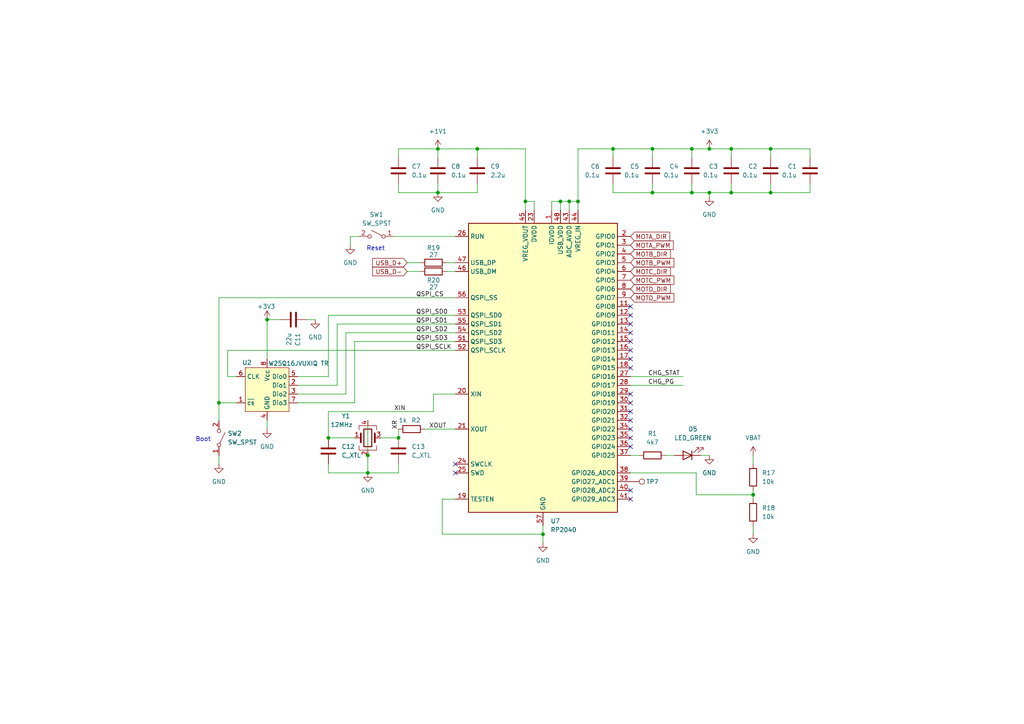
<source format=kicad_sch>
(kicad_sch (version 20231120) (generator "eeschema") (generator_version "8.0")
  (paper "A4")
  (title_block (title "Breadboard Buddy") (date "2024-03-12") (rev "v1.0") (company "Benjamin Crall"))
  (lib_symbols
    (symbol "Connector:TestPoint" (pin_numbers hide) (pin_names (offset 0.762) hide)
      (property "Reference" "TP" (at 0 6.858 0))
      (property "Value" "TestPoint" (at 0 5.08 0))
      (symbol "TestPoint_0_1"
        (circle (center 0 3.302) (radius 0.762))
      )
      (symbol "TestPoint_1_1"
        (pin passive line (at 0 0 90) (length 2.54) (name "1") (number "1"))
      )
    )
    (symbol "Device:C" (pin_numbers hide) (pin_names (offset 0.254))
      (property "Reference" "C" (at 0.635 2.54 0))
      (property "Value" "C" (at 0.635 -2.54 0))
      (symbol "C_0_1"
        (polyline (pts (xy -2.032 -0.762) (xy 2.032 -0.762)) (stroke (width 0.508)))
        (polyline (pts (xy -2.032 0.762) (xy 2.032 0.762)) (stroke (width 0.508)))
      )
      (symbol "C_1_1"
        (pin passive line (at 0 3.81 270) (length 2.794) (name "~") (number "1"))
        (pin passive line (at 0 -3.81 90) (length 2.794) (name "~") (number "2"))
      )
    )
    (symbol "Device:Crystal_GND24" (pin_names (offset 1.016) hide)
      (property "Reference" "Y" (at 3.175 5.08 0))
      (property "Value" "Crystal_GND24" (at 3.175 3.175 0))
      (symbol "Crystal_GND24_0_1"
        (rectangle (start -1.143 2.54) (end 1.143 -2.54) (stroke (width 0.3048)))
        (polyline (pts (xy -2.54 0) (xy -2.032 0)))
        (polyline (pts (xy -2.032 -1.27) (xy -2.032 1.27)) (stroke (width 0.508)))
        (polyline (pts (xy 0 -3.81) (xy 0 -3.556)))
        (polyline (pts (xy 0 3.556) (xy 0 3.81)))
        (polyline (pts (xy 2.032 -1.27) (xy 2.032 1.27)) (stroke (width 0.508)))
        (polyline (pts (xy 2.032 0) (xy 2.54 0)))
        (polyline (pts (xy -2.54 -2.286) (xy -2.54 -3.556) (xy 2.54 -3.556) (xy 2.54 -2.286)))
        (polyline (pts (xy -2.54 2.286) (xy -2.54 3.556) (xy 2.54 3.556) (xy 2.54 2.286)))
      )
      (symbol "Crystal_GND24_1_1"
        (pin passive line (at -3.81 0 0) (length 1.27) (name "1") (number "1"))
        (pin passive line (at 0 5.08 270) (length 1.27) (name "2") (number "2"))
        (pin passive line (at 3.81 0 180) (length 1.27) (name "3") (number "3"))
        (pin passive line (at 0 -5.08 90) (length 1.27) (name "4") (number "4"))
      )
    )
    (symbol "Device:LED" (pin_numbers hide) (pin_names (offset 1.016) hide)
      (property "Reference" "D" (at 0 2.54 0))
      (property "Value" "LED" (at 0 -2.54 0))
      (symbol "LED_0_1"
        (polyline (pts (xy -1.27 -1.27) (xy -1.27 1.27)) (stroke (width 0.254)))
        (polyline (pts (xy -1.27 0) (xy 1.27 0)))
        (polyline (pts (xy 1.27 -1.27) (xy 1.27 1.27) (xy -1.27 0) (xy 1.27 -1.27)) (stroke (width 0.254)))
        (polyline (pts (xy -3.048 -0.762) (xy -4.572 -2.286) (xy -3.81 -2.286) (xy -4.572 -2.286) (xy -4.572 -1.524)))
        (polyline (pts (xy -1.778 -0.762) (xy -3.302 -2.286) (xy -2.54 -2.286) (xy -3.302 -2.286) (xy -3.302 -1.524)))
      )
      (symbol "LED_1_1"
        (pin passive line (at -3.81 0 0) (length 2.54) (name "K") (number "1"))
        (pin passive line (at 3.81 0 180) (length 2.54) (name "A") (number "2"))
      )
    )
    (symbol "Device:R" (pin_numbers hide) (pin_names (offset 0))
      (property "Reference" "R" (at 2.032 0 90))
      (property "Value" "R" (at 0 0 90))
      (symbol "R_0_1"
        (rectangle (start -1.016 -2.54) (end 1.016 2.54) (stroke (width 0.254)))
      )
      (symbol "R_1_1"
        (pin passive line (at 0 3.81 270) (length 1.27) (name "~") (number "1"))
        (pin passive line (at 0 -3.81 90) (length 1.27) (name "~") (number "2"))
      )
    )
    (symbol "MCU_RaspberryPi:RP2040"
      (property "Reference" "U" (at 17.78 45.72 0))
      (property "Value" "RP2040" (at 17.78 43.18 0))
      (symbol "RP2040_0_1"
        (rectangle (start -21.59 41.91) (end 21.59 -41.91) (stroke (width 0.254)) (fill (type background)))
      )
      (symbol "RP2040_1_1"
        (pin power_in line (at 2.54 45.72 270) (length 3.81) (name "IOVDD") (number "1"))
        (pin passive line (at 2.54 45.72 270) (length 3.81) hide (name "IOVDD") (number "10"))
        (pin bidirectional line (at 25.4 17.78 180) (length 3.81) (name "GPIO8") (number "11"))
        (pin bidirectional line (at 25.4 15.24 180) (length 3.81) (name "GPIO9") (number "12"))
        (pin bidirectional line (at 25.4 12.7 180) (length 3.81) (name "GPIO10") (number "13"))
        (pin bidirectional line (at 25.4 10.16 180) (length 3.81) (name "GPIO11") (number "14"))
        (pin bidirectional line (at 25.4 7.62 180) (length 3.81) (name "GPIO12") (number "15"))
        (pin bidirectional line (at 25.4 5.08 180) (length 3.81) (name "GPIO13") (number "16"))
        (pin bidirectional line (at 25.4 2.54 180) (length 3.81) (name "GPIO14") (number "17"))
        (pin bidirectional line (at 25.4 0 180) (length 3.81) (name "GPIO15") (number "18"))
        (pin input line (at -25.4 -38.1 0) (length 3.81) (name "TESTEN") (number "19"))
        (pin bidirectional line (at 25.4 38.1 180) (length 3.81) (name "GPIO0") (number "2"))
        (pin input line (at -25.4 -7.62 0) (length 3.81) (name "XIN") (number "20"))
        (pin passive line (at -25.4 -17.78 0) (length 3.81) (name "XOUT") (number "21"))
        (pin passive line (at 2.54 45.72 270) (length 3.81) hide (name "IOVDD") (number "22"))
        (pin power_in line (at -2.54 45.72 270) (length 3.81) (name "DVDD") (number "23"))
        (pin input line (at -25.4 -27.94 0) (length 3.81) (name "SWCLK") (number "24"))
        (pin bidirectional line (at -25.4 -30.48 0) (length 3.81) (name "SWD") (number "25"))
        (pin input line (at -25.4 38.1 0) (length 3.81) (name "RUN") (number "26"))
        (pin bidirectional line (at 25.4 -2.54 180) (length 3.81) (name "GPIO16") (number "27"))
        (pin bidirectional line (at 25.4 -5.08 180) (length 3.81) (name "GPIO17") (number "28"))
        (pin bidirectional line (at 25.4 -7.62 180) (length 3.81) (name "GPIO18") (number "29"))
        (pin bidirectional line (at 25.4 35.56 180) (length 3.81) (name "GPIO1") (number "3"))
        (pin bidirectional line (at 25.4 -10.16 180) (length 3.81) (name "GPIO19") (number "30"))
        (pin bidirectional line (at 25.4 -12.7 180) (length 3.81) (name "GPIO20") (number "31"))
        (pin bidirectional line (at 25.4 -15.24 180) (length 3.81) (name "GPIO21") (number "32"))
        (pin passive line (at 2.54 45.72 270) (length 3.81) hide (name "IOVDD") (number "33"))
        (pin bidirectional line (at 25.4 -17.78 180) (length 3.81) (name "GPIO22") (number "34"))
        (pin bidirectional line (at 25.4 -20.32 180) (length 3.81) (name "GPIO23") (number "35"))
        (pin bidirectional line (at 25.4 -22.86 180) (length 3.81) (name "GPIO24") (number "36"))
        (pin bidirectional line (at 25.4 -25.4 180) (length 3.81) (name "GPIO25") (number "37"))
        (pin bidirectional line (at 25.4 -30.48 180) (length 3.81) (name "GPIO26_ADC0") (number "38"))
        (pin bidirectional line (at 25.4 -33.02 180) (length 3.81) (name "GPIO27_ADC1") (number "39"))
        (pin bidirectional line (at 25.4 33.02 180) (length 3.81) (name "GPIO2") (number "4"))
        (pin bidirectional line (at 25.4 -35.56 180) (length 3.81) (name "GPIO28_ADC2") (number "40"))
        (pin bidirectional line (at 25.4 -38.1 180) (length 3.81) (name "GPIO29_ADC3") (number "41"))
        (pin passive line (at 2.54 45.72 270) (length 3.81) hide (name "IOVDD") (number "42"))
        (pin power_in line (at 7.62 45.72 270) (length 3.81) (name "ADC_AVDD") (number "43"))
        (pin power_in line (at 10.16 45.72 270) (length 3.81) (name "VREG_IN") (number "44"))
        (pin power_out line (at -5.08 45.72 270) (length 3.81) (name "VREG_VOUT") (number "45"))
        (pin bidirectional line (at -25.4 27.94 0) (length 3.81) (name "USB_DM") (number "46"))
        (pin bidirectional line (at -25.4 30.48 0) (length 3.81) (name "USB_DP") (number "47"))
        (pin power_in line (at 5.08 45.72 270) (length 3.81) (name "USB_VDD") (number "48"))
        (pin passive line (at 2.54 45.72 270) (length 3.81) hide (name "IOVDD") (number "49"))
        (pin bidirectional line (at 25.4 30.48 180) (length 3.81) (name "GPIO3") (number "5"))
        (pin passive line (at -2.54 45.72 270) (length 3.81) hide (name "DVDD") (number "50"))
        (pin bidirectional line (at -25.4 7.62 0) (length 3.81) (name "QSPI_SD3") (number "51"))
        (pin output line (at -25.4 5.08 0) (length 3.81) (name "QSPI_SCLK") (number "52"))
        (pin bidirectional line (at -25.4 15.24 0) (length 3.81) (name "QSPI_SD0") (number "53"))
        (pin bidirectional line (at -25.4 10.16 0) (length 3.81) (name "QSPI_SD2") (number "54"))
        (pin bidirectional line (at -25.4 12.7 0) (length 3.81) (name "QSPI_SD1") (number "55"))
        (pin bidirectional line (at -25.4 20.32 0) (length 3.81) (name "QSPI_SS") (number "56"))
        (pin power_in line (at 0 -45.72 90) (length 3.81) (name "GND") (number "57"))
        (pin bidirectional line (at 25.4 27.94 180) (length 3.81) (name "GPIO4") (number "6"))
        (pin bidirectional line (at 25.4 25.4 180) (length 3.81) (name "GPIO5") (number "7"))
        (pin bidirectional line (at 25.4 22.86 180) (length 3.81) (name "GPIO6") (number "8"))
        (pin bidirectional line (at 25.4 20.32 180) (length 3.81) (name "GPIO7") (number "9"))
      )
    )
    (symbol "MCU_RaspberryPi_and_Boards:256-W25Q16JVUXIQTRCT"
      (property "Reference" "U" (at 14.732 9.144 0))
      (symbol "256-W25Q16JVUXIQTRCT_1_1"
        (rectangle (start -6.35 6.35) (end 6.35 -6.35) (fill (type background)))
        (pin input line (at -8.89 -3.81 0) (length 2.54) (name "~{cs}") (number "1"))
        (pin bidirectional line (at 8.89 1.27 180) (length 2.54) (name "Dio1") (number "2"))
        (pin bidirectional line (at 8.89 -1.27 180) (length 2.54) (name "Dio2") (number "3"))
        (pin power_in line (at 0 -8.89 90) (length 2.54) (name "GND") (number "4"))
        (pin bidirectional line (at 8.89 3.81 180) (length 2.54) (name "Dio0") (number "5"))
        (pin input line (at -8.89 3.81 0) (length 2.54) (name "CLK") (number "6"))
        (pin bidirectional line (at 8.89 -3.81 180) (length 2.54) (name "Dio3") (number "7"))
        (pin power_in line (at 0 8.89 270) (length 2.54) (name "Vcc") (number "8"))
      )
    )
    (symbol "Switch:SW_SPST" (pin_names (offset 0) hide)
      (property "Reference" "SW" (at 0 3.175 0))
      (property "Value" "SW_SPST" (at 0 -2.54 0))
      (symbol "SW_SPST_0_0"
        (circle (center -2.032 0) (radius 0.508))
        (polyline (pts (xy -1.524 0.254) (xy 1.524 1.778)))
        (circle (center 2.032 0) (radius 0.508))
      )
      (symbol "SW_SPST_1_1"
        (pin passive line (at -5.08 0 0) (length 2.54) (name "A") (number "1"))
        (pin passive line (at 5.08 0 180) (length 2.54) (name "B") (number "2"))
      )
    )
    (symbol "power:+1V1" (power) (pin_names (offset 0))
      (property "Value" "+1V1" (at 0 3.556 0))
      (symbol "+1V1_0_1"
        (polyline (pts (xy -0.762 1.27) (xy 0 2.54)))
        (polyline (pts (xy 0 0) (xy 0 2.54)))
        (polyline (pts (xy 0 2.54) (xy 0.762 1.27)))
      )
      (symbol "+1V1_1_1"
        (pin power_in line (at 0 0 90) (length 0) hide (name "+1V1") (number "1"))
      )
    )
    (symbol "power:+3V3" (power) (pin_names (offset 0))
      (property "Value" "+3V3" (at 0 3.556 0))
      (symbol "+3V3_0_1"
        (polyline (pts (xy -0.762 1.27) (xy 0 2.54)))
        (polyline (pts (xy 0 0) (xy 0 2.54)))
        (polyline (pts (xy 0 2.54) (xy 0.762 1.27)))
      )
      (symbol "+3V3_1_1"
        (pin power_in line (at 0 0 90) (length 0) hide (name "+3V3") (number "1"))
      )
    )
    (symbol "power:GND" (power) (pin_names (offset 0))
      (property "Value" "GND" (at 0 -3.81 0))
      (symbol "GND_0_1"
        (polyline (pts (xy 0 0) (xy 0 -1.27) (xy 1.27 -1.27) (xy 0 -2.54) (xy -1.27 -1.27) (xy 0 -1.27)))
      )
      (symbol "GND_1_1"
        (pin power_in line (at 0 0 270) (length 0) hide (name "GND") (number "1"))
      )
    )
    (symbol "power:VAA" (power) (pin_names (offset 0))
      (property "Value" "VAA" (at 0 3.81 0))
      (symbol "VAA_0_1"
        (polyline (pts (xy -0.762 1.27) (xy 0 2.54)))
        (polyline (pts (xy 0 0) (xy 0 2.54)))
        (polyline (pts (xy 0 2.54) (xy 0.762 1.27)))
      )
      (symbol "VAA_1_1"
        (pin power_in line (at 0 0 90) (length 0) hide (name "VAA") (number "1"))
      )
    )
  )
  (junction (at 177.8 43.18))
  (junction (at 95.25 127))
  (junction (at 167.64 58.42))
  (junction (at 200.66 43.18))
  (junction (at 106.68 132.08))
  (junction (at 106.68 137.16))
  (junction (at 165.1 58.42))
  (junction (at 152.4 58.42))
  (junction (at 63.5 116.84))
  (junction (at 212.09 55.88))
  (junction (at 200.66 55.88))
  (junction (at 223.52 55.88))
  (junction (at 157.48 154.94))
  (junction (at 138.43 43.18))
  (junction (at 189.23 43.18))
  (junction (at 115.57 127))
  (junction (at 162.56 58.42))
  (junction (at 205.74 55.88))
  (junction (at 77.47 92.71))
  (junction (at 189.23 55.88))
  (junction (at 205.74 43.18))
  (junction (at 212.09 43.18))
  (junction (at 127 55.88))
  (junction (at 127 43.18))
  (junction (at 218.44 143.51))
  (junction (at 223.52 43.18))
  (no_connect (at 182.88 99.06))
  (no_connect (at 182.88 88.9))
  (no_connect (at 182.88 116.84))
  (no_connect (at 182.88 142.24))
  (no_connect (at 182.88 93.98))
  (no_connect (at 182.88 114.3))
  (no_connect (at 182.88 106.68))
  (no_connect (at 182.88 121.92))
  (no_connect (at 182.88 119.38))
  (no_connect (at 182.88 104.14))
  (no_connect (at 182.88 96.52))
  (no_connect (at 182.88 91.44))
  (no_connect (at 182.88 144.78))
  (no_connect (at 182.88 129.54))
  (no_connect (at 182.88 101.6))
  (no_connect (at 132.08 137.16))
  (no_connect (at 182.88 127))
  (no_connect (at 182.88 124.46))
  (no_connect (at 132.08 134.62))
  (wire (pts (xy 138.43 43.18) (xy 138.43 45.72)))
  (wire (pts (xy 205.74 55.88) (xy 212.09 55.88)))
  (wire (pts (xy 193.04 132.08) (xy 195.58 132.08)))
  (wire (pts (xy 66.04 101.6) (xy 132.08 101.6)))
  (wire (pts (xy 138.43 55.88) (xy 127 55.88)))
  (wire (pts (xy 234.95 53.34) (xy 234.95 55.88)))
  (wire (pts (xy 100.33 114.3) (xy 100.33 96.52)))
  (wire (pts (xy 121.92 78.74) (xy 118.11 78.74)))
  (wire (pts (xy 95.25 91.44) (xy 95.25 109.22)))
  (wire (pts (xy 182.88 132.08) (xy 185.42 132.08)))
  (wire (pts (xy 115.57 127) (xy 115.57 124.46)))
  (wire (pts (xy 77.47 124.46) (xy 77.47 121.92)))
  (wire (pts (xy 212.09 43.18) (xy 223.52 43.18)))
  (wire (pts (xy 128.27 154.94) (xy 157.48 154.94)))
  (wire (pts (xy 125.73 114.3) (xy 125.73 119.38)))
  (wire (pts (xy 177.8 45.72) (xy 177.8 43.18)))
  (wire (pts (xy 189.23 43.18) (xy 177.8 43.18)))
  (wire (pts (xy 86.36 114.3) (xy 100.33 114.3)))
  (wire (pts (xy 106.68 137.16) (xy 115.57 137.16)))
  (wire (pts (xy 114.3 68.58) (xy 132.08 68.58)))
  (wire (pts (xy 95.25 119.38) (xy 125.73 119.38)))
  (wire (pts (xy 106.68 121.92) (xy 106.68 132.08)))
  (wire (pts (xy 97.79 111.76) (xy 97.79 93.98)))
  (wire (pts (xy 212.09 53.34) (xy 212.09 55.88)))
  (wire (pts (xy 212.09 45.72) (xy 212.09 43.18)))
  (wire (pts (xy 115.57 43.18) (xy 127 43.18)))
  (wire (pts (xy 177.8 53.34) (xy 177.8 55.88)))
  (wire (pts (xy 223.52 43.18) (xy 234.95 43.18)))
  (wire (pts (xy 234.95 45.72) (xy 234.95 43.18)))
  (wire (pts (xy 160.02 58.42) (xy 162.56 58.42)))
  (wire (pts (xy 212.09 55.88) (xy 223.52 55.88)))
  (wire (pts (xy 95.25 127) (xy 102.87 127)))
  (wire (pts (xy 123.19 124.46) (xy 132.08 124.46)))
  (wire (pts (xy 167.64 43.18) (xy 177.8 43.18)))
  (wire (pts (xy 110.49 127) (xy 115.57 127)))
  (wire (pts (xy 86.36 111.76) (xy 97.79 111.76)))
  (wire (pts (xy 127 55.88) (xy 115.57 55.88)))
  (wire (pts (xy 218.44 142.24) (xy 218.44 143.51)))
  (wire (pts (xy 104.14 68.58) (xy 101.6 68.58)))
  (wire (pts (xy 205.74 55.88) (xy 205.74 57.15)))
  (wire (pts (xy 115.57 137.16) (xy 115.57 134.62)))
  (wire (pts (xy 189.23 45.72) (xy 189.23 43.18)))
  (wire (pts (xy 102.87 99.06) (xy 102.87 116.84)))
  (wire (pts (xy 127 43.18) (xy 127 45.72)))
  (wire (pts (xy 129.54 76.2) (xy 132.08 76.2)))
  (wire (pts (xy 160.02 60.96) (xy 160.02 58.42)))
  (wire (pts (xy 77.47 92.71) (xy 77.47 104.14)))
  (wire (pts (xy 102.87 99.06) (xy 132.08 99.06)))
  (wire (pts (xy 182.88 109.22) (xy 198.12 109.22)))
  (wire (pts (xy 66.04 101.6) (xy 66.04 109.22)))
  (wire (pts (xy 205.74 132.08) (xy 203.2 132.08)))
  (wire (pts (xy 152.4 58.42) (xy 152.4 60.96)))
  (wire (pts (xy 157.48 157.48) (xy 157.48 154.94)))
  (wire (pts (xy 218.44 143.51) (xy 218.44 144.78)))
  (wire (pts (xy 201.93 143.51) (xy 218.44 143.51)))
  (wire (pts (xy 127 53.34) (xy 127 55.88)))
  (wire (pts (xy 189.23 55.88) (xy 200.66 55.88)))
  (wire (pts (xy 121.92 76.2) (xy 118.11 76.2)))
  (wire (pts (xy 201.93 137.16) (xy 201.93 143.51)))
  (wire (pts (xy 200.66 53.34) (xy 200.66 55.88)))
  (wire (pts (xy 162.56 58.42) (xy 165.1 58.42)))
  (wire (pts (xy 154.94 58.42) (xy 152.4 58.42)))
  (wire (pts (xy 132.08 144.78) (xy 128.27 144.78)))
  (wire (pts (xy 128.27 144.78) (xy 128.27 154.94)))
  (wire (pts (xy 95.25 91.44) (xy 132.08 91.44)))
  (wire (pts (xy 218.44 152.4) (xy 218.44 154.94)))
  (wire (pts (xy 154.94 60.96) (xy 154.94 58.42)))
  (wire (pts (xy 127 43.18) (xy 138.43 43.18)))
  (wire (pts (xy 223.52 55.88) (xy 234.95 55.88)))
  (wire (pts (xy 167.64 58.42) (xy 167.64 60.96)))
  (wire (pts (xy 86.36 116.84) (xy 102.87 116.84)))
  (wire (pts (xy 97.79 93.98) (xy 132.08 93.98)))
  (wire (pts (xy 125.73 114.3) (xy 132.08 114.3)))
  (wire (pts (xy 182.88 111.76) (xy 198.12 111.76)))
  (wire (pts (xy 115.57 53.34) (xy 115.57 55.88)))
  (wire (pts (xy 63.5 132.08) (xy 63.5 134.62)))
  (wire (pts (xy 101.6 68.58) (xy 101.6 71.12)))
  (wire (pts (xy 129.54 78.74) (xy 132.08 78.74)))
  (wire (pts (xy 152.4 43.18) (xy 152.4 58.42)))
  (wire (pts (xy 95.25 137.16) (xy 106.68 137.16)))
  (wire (pts (xy 200.66 43.18) (xy 205.74 43.18)))
  (wire (pts (xy 100.33 96.52) (xy 132.08 96.52)))
  (wire (pts (xy 115.57 45.72) (xy 115.57 43.18)))
  (wire (pts (xy 68.58 109.22) (xy 66.04 109.22)))
  (wire (pts (xy 63.5 86.36) (xy 132.08 86.36)))
  (wire (pts (xy 95.25 127) (xy 95.25 119.38)))
  (wire (pts (xy 63.5 116.84) (xy 68.58 116.84)))
  (wire (pts (xy 189.23 43.18) (xy 200.66 43.18)))
  (wire (pts (xy 77.47 92.71) (xy 81.28 92.71)))
  (wire (pts (xy 157.48 154.94) (xy 157.48 152.4)))
  (wire (pts (xy 106.68 132.08) (xy 106.68 137.16)))
  (wire (pts (xy 165.1 58.42) (xy 167.64 58.42)))
  (wire (pts (xy 88.9 92.71) (xy 91.44 92.71)))
  (wire (pts (xy 167.64 43.18) (xy 167.64 58.42)))
  (wire (pts (xy 86.36 109.22) (xy 95.25 109.22)))
  (wire (pts (xy 205.74 55.88) (xy 200.66 55.88)))
  (wire (pts (xy 138.43 43.18) (xy 152.4 43.18)))
  (wire (pts (xy 138.43 53.34) (xy 138.43 55.88)))
  (wire (pts (xy 162.56 58.42) (xy 162.56 60.96)))
  (wire (pts (xy 177.8 55.88) (xy 189.23 55.88)))
  (wire (pts (xy 165.1 58.42) (xy 165.1 60.96)))
  (wire (pts (xy 223.52 53.34) (xy 223.52 55.88)))
  (wire (pts (xy 189.23 53.34) (xy 189.23 55.88)))
  (wire (pts (xy 182.88 137.16) (xy 201.93 137.16)))
  (wire (pts (xy 205.74 43.18) (xy 212.09 43.18)))
  (wire (pts (xy 63.5 86.36) (xy 63.5 116.84)))
  (wire (pts (xy 63.5 116.84) (xy 63.5 121.92)))
  (wire (pts (xy 218.44 132.08) (xy 218.44 134.62)))
  (wire (pts (xy 223.52 45.72) (xy 223.52 43.18)))
  (wire (pts (xy 200.66 43.18) (xy 200.66 45.72)))
  (wire (pts (xy 95.25 134.62) (xy 95.25 137.16)))
  (text "Reset" (at 108.966 72.136 0) (effects (font (size 1.27 1.27))))
  (text "Boot" (at 58.928 127.508 0) (effects (font (size 1.27 1.27))))
  (label "CHG_STAT" (at 187.96 109.22 0))
  (label "XR" (at 115.57 124.46 90))
  (label "XOUT" (at 124.46 124.46 0))
  (label "QSPI_SD1" (at 120.65 93.98 0))
  (label "XIN" (at 114.3 119.38 0))
  (label "CHG_PG" (at 187.96 111.76 0))
  (label "QSPI_SD3" (at 120.65 99.06 0))
  (label "QSPI_CS" (at 120.65 86.36 0))
  (label "QSPI_SCLK" (at 120.65 101.6 0))
  (label "QSPI_SD2" (at 120.65 96.52 0))
  (label "QSPI_SD0" (at 120.65 91.44 0))
  (global_label "USB_D+" (shape input) (at 118.11 76.2 180) (property "Intersheetrefs" "${INTERSHEET_REFS}" (effects (hide yes))))
  (global_label "MOTD_PWM" (shape input) (at 182.88 86.36 0) (property "Intersheetrefs" "${INTERSHEET_REFS}" (effects (hide yes))))
  (global_label "MOTA_DIR" (shape input) (at 182.88 68.58 0) (property "Intersheetrefs" "${INTERSHEET_REFS}" (effects (hide yes))))
  (global_label "MOTB_DIR" (shape input) (at 182.88 73.66 0) (property "Intersheetrefs" "${INTERSHEET_REFS}" (effects (hide yes))))
  (global_label "MOTC_PWM" (shape input) (at 182.88 81.28 0) (property "Intersheetrefs" "${INTERSHEET_REFS}" (effects (hide yes))))
  (global_label "MOTB_PWM" (shape input) (at 182.88 76.2 0) (property "Intersheetrefs" "${INTERSHEET_REFS}" (effects (hide yes))))
  (global_label "MOTD_DIR" (shape input) (at 182.88 83.82 0) (property "Intersheetrefs" "${INTERSHEET_REFS}" (effects (hide yes))))
  (global_label "MOTA_PWM" (shape input) (at 182.88 71.12 0) (property "Intersheetrefs" "${INTERSHEET_REFS}" (effects (hide yes))))
  (global_label "MOTC_DIR" (shape input) (at 182.88 78.74 0) (property "Intersheetrefs" "${INTERSHEET_REFS}" (effects (hide yes))))
  (global_label "USB_D-" (shape input) (at 118.11 78.74 180) (property "Intersheetrefs" "${INTERSHEET_REFS}" (effects (hide yes))))
  (symbol (lib_id "power:GND") (at 205.74 132.08 0) (unit 1)
    (property "Reference" "#PWR0141" (effects (hide yes)))
    (property "Value" "GND" (at 205.74 137.16 0))
    (property "Description" "Power symbol creates a global label with name \"GND\" , ground" (effects (hide yes)))
    (instances (project "BreadboardBuddy" (path "" (reference "#PWR0141") (unit 1))) (project "mainboard" (path "" (reference "#PWR048") (unit 1))))
  )
  (symbol (lib_id "Device:R") (at 125.73 78.74 90) (unit 1)
    (property "Reference" "R20" (at 125.73 81.28 90))
    (property "Value" "27" (at 125.73 83.312 90))
    (property "Footprint" "Resistor_SMD:R_0603_1608Metric" (effects (hide yes)))
    (property "Description" "Resistor" (effects (hide yes)))
    (property "DPN" "CR0603-FX-27R0ELFCT-ND" (effects (hide yes)))
    (property "MPN" "CR0603-FX-27R0ELF" (effects (hide yes)))
  )
  (symbol (lib_id "Device:Crystal_GND24") (at 106.68 127 0) (mirror x) (unit 1)
    (property "Reference" "Y1" (at 100.33 120.65 0))
    (property "Value" "12MHz" (at 99.06 123.19 0))
    (property "Footprint" "Crystal:Crystal_SMD_3225-4Pin_3.2x2.5mm" (effects (hide yes)))
    (property "DPN" "2151-RH100-12.000-12-1010-X-TR-NS2CT-ND" (effects (hide yes)))
    (property "MPN" "RH100-12.000-12-1010-X-TR-NS2" (effects (hide yes)))
  )
  (symbol (lib_id "Device:C") (at 200.66 49.53 0) (mirror y) (unit 1)
    (property "Reference" "C4" (at 196.85 48.2599 0) (effects (justify left)))
    (property "Value" "0.1u" (at 196.85 50.7999 0) (effects (justify left)))
    (property "Footprint" "Capacitor_SMD:C_0603_1608Metric" (effects (hide yes)))
    (property "DPN" "1276-1938-1-ND" (effects (hide yes)))
    (property "MPN" "CL10B104KO8NFNC" (effects (hide yes)))
    (instances (project "BreadboardBuddy" (path "" (reference "C4") (unit 1))) (project "mainboard" (path "" (reference "C20") (unit 1))))
  )
  (symbol (lib_id "Switch:SW_SPST") (at 109.22 68.58 0) (mirror y) (unit 1)
    (property "Reference" "SW1" (at 109.22 62.23 0))
    (property "Value" "SW_SPST" (at 109.22 64.77 0))
    (property "Footprint" "lib:SW_SPST_2.8x1.9" (effects (hide yes)))
    (property "DPN" "1642-LS38J2F-TCT-ND" (effects (hide yes)))
    (property "MPN" "LS38J2F-T" (effects (hide yes)))
    (instances (project "BreadboardBuddy" (path "" (reference "SW1") (unit 1))) (project "mainboard" (path "" (reference "SW2") (unit 1))))
  )
  (symbol (lib_id "Device:C") (at 115.57 130.81 0) (unit 1)
    (property "Reference" "C13" (at 119.38 129.54 0) (effects (justify left)))
    (property "Value" "C_XTL" (at 119.38 132.08 0) (effects (justify left)))
    (property "Footprint" "Capacitor_SMD:C_0603_1608Metric" (effects (hide yes)))
    (property "DPN" "1292-1487-1-ND" (effects (hide yes)))
    (property "MPN" "0603N150J500CT" (effects (hide yes)))
    (instances (project "BreadboardBuddy" (path "" (reference "C13") (unit 1))) (project "mainboard" (path "" (reference "C26") (unit 1))))
  )
  (symbol (lib_id "Device:R") (at 218.44 138.43 0) (unit 1)
    (property "Reference" "R17" (at 220.98 137.1599 0) (effects (justify left)))
    (property "Value" "10k" (at 220.98 139.6999 0) (effects (justify left)))
    (property "Footprint" "Resistor_SMD:R_0603_1608Metric" (effects (hide yes)))
    (property "Description" "Resistor" (effects (hide yes)))
    (property "DPN" "RMCF0603FT10K0CT-ND" (effects (hide yes)))
    (property "MPN" "RMCF0603FT10K0" (effects (hide yes)))
  )
  (symbol (lib_id "Device:R") (at 189.23 132.08 270) (unit 1)
    (property "Reference" "R1" (at 189.23 125.73 90))
    (property "Value" "4k7" (at 189.23 128.27 90))
    (property "Footprint" "Resistor_SMD:R_0603_1608Metric" (effects (hide yes)))
    (property "DPN" "RMCF0603FT470RCT-ND" (effects (hide yes)))
    (property "MPN" "RMCF0603FT470R" (effects (hide yes)))
    (instances (project "BreadboardBuddy" (path "" (reference "R1") (unit 1))) (project "mainboard" (path "" (reference "R16") (unit 1))))
  )
  (symbol (lib_id "power:GND") (at 63.5 134.62 0) (unit 1)
    (property "Reference" "#PWR0142" (effects (hide yes)))
    (property "Value" "GND" (at 63.5 139.7 0))
    (instances (project "BreadboardBuddy" (path "" (reference "#PWR0142") (unit 1))) (project "mainboard" (path "" (reference "#PWR050") (unit 1))))
  )
  (symbol (lib_id "power:GND") (at 157.48 157.48 0) (unit 1)
    (property "Reference" "#PWR053" (effects (hide yes)))
    (property "Value" "GND" (at 157.48 162.56 0))
    (property "Description" "Power symbol creates a global label with name \"GND\" , ground" (effects (hide yes)))
  )
  (symbol (lib_id "Device:C") (at 127 49.53 0) (unit 1)
    (property "Reference" "C8" (at 130.81 48.2599 0) (effects (justify left)))
    (property "Value" "0.1u" (at 130.81 50.7999 0) (effects (justify left)))
    (property "Footprint" "Capacitor_SMD:C_0603_1608Metric" (effects (hide yes)))
    (property "DPN" "1276-1938-1-ND" (effects (hide yes)))
    (property "MPN" "CL10B104KO8NFNC" (effects (hide yes)))
    (instances (project "BreadboardBuddy" (path "" (reference "C8") (unit 1))) (project "mainboard" (path "" (reference "C16") (unit 1))))
  )
  (symbol (lib_id "power:GND") (at 91.44 92.71 0) (unit 1)
    (property "Reference" "#PWR0133" (effects (hide yes)))
    (property "Value" "GND" (at 91.44 97.79 0))
    (property "Description" "Power symbol creates a global label with name \"GND\" , ground" (effects (hide yes)))
    (instances (project "BreadboardBuddy" (path "" (reference "#PWR0133") (unit 1))) (project "mainboard" (path "" (reference "#PWR046") (unit 1))))
  )
  (symbol (lib_id "Connector:TestPoint") (at 182.88 139.7 270) (unit 1)
    (property "Reference" "TP7" (at 189.23 139.7 90))
    (property "Value" "TestPoint" (effects (hide yes)))
    (property "Footprint" "TestPoint:TestPoint_Pad_D1.0mm" (effects (hide yes)))
    (property "Description" "test point" (effects (hide yes)))
  )
  (symbol (lib_id "MCU_RaspberryPi:RP2040") (at 157.48 106.68 0) (unit 1)
    (property "Reference" "U7" (at 159.6741 151.13 0) (effects (justify left)))
    (property "Value" "RP2040" (at 159.6741 153.67 0) (effects (justify left)))
    (property "Footprint" "Package_DFN_QFN:QFN-56-1EP_7x7mm_P0.4mm_EP3.2x3.2mm" (effects (hide yes)))
    (property "Datasheet" "https://datasheets.raspberrypi.com/rp2040/rp2040-datasheet.pdf" (effects (hide yes)))
    (property "Description" "A microcontroller by Raspberry Pi" (effects (hide yes)))
    (property "DPN" "2648-SC0914(13)CT-ND" (effects (hide yes)))
    (property "MPN" "SC0914(13)" (effects (hide yes)))
  )
  (symbol (lib_id "Device:C") (at 95.25 130.81 0) (unit 1)
    (property "Reference" "C12" (at 99.06 129.5399 0) (effects (justify left)))
    (property "Value" "C_XTL" (at 99.06 132.0799 0) (effects (justify left)))
    (property "Footprint" "Capacitor_SMD:C_0603_1608Metric" (effects (hide yes)))
    (property "DPN" "1292-1487-1-ND" (effects (hide yes)))
    (property "MPN" "0603N150J500CT" (effects (hide yes)))
    (instances (project "BreadboardBuddy" (path "" (reference "C12") (unit 1))) (project "mainboard" (path "" (reference "C25") (unit 1))))
  )
  (symbol (lib_id "power:+3V3") (at 77.47 92.71 0) (unit 1)
    (property "Reference" "#PWR0132" (effects (hide yes)))
    (property "Value" "+3V3" (at 77.216 88.9 0))
    (instances (project "BreadboardBuddy" (path "" (reference "#PWR0132") (unit 1))) (project "mainboard" (path "" (reference "#PWR045") (unit 1))))
  )
  (symbol (lib_id "Device:R") (at 125.73 76.2 90) (unit 1)
    (property "Reference" "R19" (at 125.73 71.882 90))
    (property "Value" "27" (at 125.73 73.914 90))
    (property "Footprint" "Resistor_SMD:R_0603_1608Metric" (effects (hide yes)))
    (property "Description" "Resistor" (effects (hide yes)))
    (property "DPN" "CR0603-FX-27R0ELFCT-ND" (effects (hide yes)))
    (property "MPN" "CR0603-FX-27R0ELF" (effects (hide yes)))
  )
  (symbol (lib_id "power:GND") (at 106.68 137.16 0) (unit 1)
    (property "Reference" "#PWR0135" (effects (hide yes)))
    (property "Value" "GND" (at 106.68 142.24 0))
    (instances (project "BreadboardBuddy" (path "" (reference "#PWR0135") (unit 1))) (project "mainboard" (path "" (reference "#PWR051") (unit 1))))
  )
  (symbol (lib_id "Device:C") (at 138.43 49.53 0) (unit 1)
    (property "Reference" "C9" (at 142.24 48.2599 0) (effects (justify left)))
    (property "Value" "2.2u" (at 142.24 50.7999 0) (effects (justify left)))
    (property "Footprint" "Capacitor_SMD:C_0603_1608Metric" (effects (hide yes)))
    (property "DPN" "1276-1085-1-ND" (effects (hide yes)))
    (property "MPN" "CL10A225KP8NNNC" (effects (hide yes)))
    (instances (project "BreadboardBuddy" (path "" (reference "C9") (unit 1))) (project "mainboard" (path "" (reference "C17") (unit 1))))
  )
  (symbol (lib_id "power:GND") (at 101.6 71.12 0) (unit 1)
    (property "Reference" "#PWR0137" (effects (hide yes)))
    (property "Value" "GND" (at 101.6 76.2 0))
    (instances (project "BreadboardBuddy" (path "" (reference "#PWR0137") (unit 1))) (project "mainboard" (path "" (reference "#PWR044") (unit 1))))
  )
  (symbol (lib_id "power:GND") (at 205.74 57.15 0) (mirror y) (unit 1)
    (property "Reference" "#PWR0127" (effects (hide yes)))
    (property "Value" "GND" (at 205.74 62.23 0))
    (instances (project "BreadboardBuddy" (path "" (reference "#PWR0127") (unit 1))) (project "mainboard" (path "" (reference "#PWR043") (unit 1))))
  )
  (symbol (lib_id "Switch:SW_SPST") (at 63.5 127 270) (mirror x) (unit 1)
    (property "Reference" "SW2" (at 66.04 125.7299 90) (effects (justify left)))
    (property "Value" "SW_SPST" (at 66.04 128.2699 90) (effects (justify left)))
    (property "Footprint" "lib:SW_SPST_2.8x1.9" (effects (hide yes)))
    (property "DPN" "1642-LS38J2F-TCT-ND" (effects (hide yes)))
    (property "MPN" "LS38J2F-T" (effects (hide yes)))
    (instances (project "BreadboardBuddy" (path "" (reference "SW2") (unit 1))) (project "mainboard" (path "" (reference "SW3") (unit 1))))
  )
  (symbol (lib_id "Device:C") (at 212.09 49.53 0) (mirror y) (unit 1)
    (property "Reference" "C3" (at 208.28 48.2599 0) (effects (justify left)))
    (property "Value" "0.1u" (at 208.28 50.7999 0) (effects (justify left)))
    (property "Footprint" "Capacitor_SMD:C_0603_1608Metric" (effects (hide yes)))
    (property "DPN" "1276-1938-1-ND" (effects (hide yes)))
    (property "MPN" "CL10B104KO8NFNC" (effects (hide yes)))
    (instances (project "BreadboardBuddy" (path "" (reference "C3") (unit 1))) (project "mainboard" (path "" (reference "C21") (unit 1))))
  )
  (symbol (lib_id "Device:C") (at 189.23 49.53 0) (mirror y) (unit 1)
    (property "Reference" "C5" (at 185.42 48.2599 0) (effects (justify left)))
    (property "Value" "0.1u" (at 185.42 50.7999 0) (effects (justify left)))
    (property "Footprint" "Capacitor_SMD:C_0603_1608Metric" (effects (hide yes)))
    (property "DPN" "1276-1938-1-ND" (effects (hide yes)))
    (property "MPN" "CL10B104KO8NFNC" (effects (hide yes)))
    (instances (project "BreadboardBuddy" (path "" (reference "C5") (unit 1))) (project "mainboard" (path "" (reference "C19") (unit 1))))
  )
  (symbol (lib_id "Device:C") (at 85.09 92.71 270) (unit 1)
    (property "Reference" "C11" (at 86.36 96.52 0) (effects (justify left)))
    (property "Value" "22u" (at 83.82 96.52 0) (effects (justify left)))
    (property "Footprint" "Capacitor_SMD:C_0603_1608Metric" (effects (hide yes)))
    (property "DPN" "490-7611-1-ND" (effects (hide yes)))
    (property "MPN" "GRM188R60J226MEA0D" (effects (hide yes)))
    (instances (project "BreadboardBuddy" (path "" (reference "C11") (unit 1))) (project "mainboard" (path "" (reference "C24") (unit 1))))
  )
  (symbol (lib_id "MCU_RaspberryPi_and_Boards:256-W25Q16JVUXIQTRCT") (at 77.47 113.03 0) (unit 1)
    (property "Reference" "U2" (at 71.628 105.156 0))
    (property "Value" "W25Q16JVUXIQ TR" (at 86.614 105.41 0))
    (property "Footprint" "lib:8-UFDFN" (effects (hide yes)))
    (property "DPN" "256-W25Q16JVUXIQTRCT-ND" (effects (hide yes)))
    (property "MPN" "W25Q16JVUXIQ TR" (effects (hide yes)))
    (instances (project "BreadboardBuddy" (path "" (reference "U2") (unit 1))) (project "mainboard" (path "" (reference "U8") (unit 1))))
  )
  (symbol (lib_id "power:VAA") (at 218.44 132.08 0) (unit 1)
    (property "Reference" "#PWR049" (effects (hide yes)))
    (property "Value" "VBAT" (at 218.44 127 0))
    (property "Description" "Power symbol creates a global label with name \"VAA\"" (effects (hide yes)))
  )
  (symbol (lib_id "power:GND") (at 77.47 124.46 0) (unit 1)
    (property "Reference" "#PWR0134" (effects (hide yes)))
    (property "Value" "GND" (at 77.47 129.54 0))
    (instances (project "BreadboardBuddy" (path "" (reference "#PWR0134") (unit 1))) (project "mainboard" (path "" (reference "#PWR047") (unit 1))))
  )
  (symbol (lib_id "power:+1V1") (at 127 43.18 0) (unit 1)
    (property "Reference" "#PWR0129" (effects (hide yes)))
    (property "Value" "+1V1" (at 127 38.1 0))
    (instances (project "BreadboardBuddy" (path "" (reference "#PWR0129") (unit 1))) (project "mainboard" (path "" (reference "#PWR040") (unit 1))))
  )
  (symbol (lib_id "Device:C") (at 223.52 49.53 0) (mirror y) (unit 1)
    (property "Reference" "C2" (at 219.71 48.2599 0) (effects (justify left)))
    (property "Value" "0.1u" (at 219.71 50.7999 0) (effects (justify left)))
    (property "Footprint" "Capacitor_SMD:C_0603_1608Metric" (effects (hide yes)))
    (property "DPN" "1276-1938-1-ND" (effects (hide yes)))
    (property "MPN" "CL10B104KO8NFNC" (effects (hide yes)))
    (instances (project "BreadboardBuddy" (path "" (reference "C2") (unit 1))) (project "mainboard" (path "" (reference "C22") (unit 1))))
  )
  (symbol (lib_id "Device:C") (at 115.57 49.53 0) (unit 1)
    (property "Reference" "C7" (at 119.38 48.2599 0) (effects (justify left)))
    (property "Value" "0.1u" (at 119.38 50.7999 0) (effects (justify left)))
    (property "Footprint" "Capacitor_SMD:C_0603_1608Metric" (effects (hide yes)))
    (property "DPN" "1276-1938-1-ND" (effects (hide yes)))
    (property "MPN" "CL10B104KO8NFNC" (effects (hide yes)))
    (instances (project "BreadboardBuddy" (path "" (reference "C7") (unit 1))) (project "mainboard" (path "" (reference "C15") (unit 1))))
  )
  (symbol (lib_id "Device:LED") (at 199.39 132.08 180) (unit 1)
    (property "Reference" "D5" (at 200.9775 124.46 0))
    (property "Value" "LED_GREEN" (at 200.9775 127 0))
    (property "Footprint" "LED_SMD:LED_0603_1608Metric" (effects (hide yes)))
    (property "DPN" "3147-B1911PG--20D000514U1930CT-ND" (effects (hide yes)))
    (property "MPN" "B1911PG--20D000514U1930" (effects (hide yes)))
    (instances (project "BreadboardBuddy" (path "" (reference "D5") (unit 1))) (project "mainboard" (path "" (reference "D3") (unit 1))))
  )
  (symbol (lib_id "power:GND") (at 127 55.88 0) (unit 1)
    (property "Reference" "#PWR0131" (effects (hide yes)))
    (property "Value" "GND" (at 127 60.96 0))
    (instances (project "BreadboardBuddy" (path "" (reference "#PWR0131") (unit 1))) (project "mainboard" (path "" (reference "#PWR042") (unit 1))))
  )
  (symbol (lib_id "Device:C") (at 234.95 49.53 0) (mirror y) (unit 1)
    (property "Reference" "C1" (at 231.14 48.2599 0) (effects (justify left)))
    (property "Value" "0.1u" (at 231.14 50.7999 0) (effects (justify left)))
    (property "Footprint" "Capacitor_SMD:C_0603_1608Metric" (effects (hide yes)))
    (property "DPN" "1276-1938-1-ND" (effects (hide yes)))
    (property "MPN" "CL10B104KO8NFNC" (effects (hide yes)))
    (instances (project "BreadboardBuddy" (path "" (reference "C1") (unit 1))) (project "mainboard" (path "" (reference "C23") (unit 1))))
  )
  (symbol (lib_id "power:+3V3") (at 205.74 43.18 0) (mirror y) (unit 1)
    (property "Reference" "#PWR0126" (effects (hide yes)))
    (property "Value" "+3V3" (at 205.74 38.1 0))
    (instances (project "BreadboardBuddy" (path "" (reference "#PWR0126") (unit 1))) (project "mainboard" (path "" (reference "#PWR041") (unit 1))))
  )
  (symbol (lib_id "Device:R") (at 218.44 148.59 0) (unit 1)
    (property "Reference" "R18" (at 220.98 147.3199 0) (effects (justify left)))
    (property "Value" "10k" (at 220.98 149.8599 0) (effects (justify left)))
    (property "Footprint" "Resistor_SMD:R_0603_1608Metric" (effects (hide yes)))
    (property "Description" "Resistor" (effects (hide yes)))
    (property "DPN" "RMCF0603FT10K0CT-ND" (effects (hide yes)))
    (property "MPN" "RMCF0603FT10K0" (effects (hide yes)))
  )
  (symbol (lib_id "Device:C") (at 177.8 49.53 0) (mirror y) (unit 1)
    (property "Reference" "C6" (at 173.99 48.2599 0) (effects (justify left)))
    (property "Value" "0.1u" (at 173.99 50.7999 0) (effects (justify left)))
    (property "Footprint" "Capacitor_SMD:C_0603_1608Metric" (effects (hide yes)))
    (property "DPN" "1276-1938-1-ND" (effects (hide yes)))
    (property "MPN" "CL10B104KO8NFNC" (effects (hide yes)))
    (instances (project "BreadboardBuddy" (path "" (reference "C6") (unit 1))) (project "mainboard" (path "" (reference "C18") (unit 1))))
  )
  (symbol (lib_id "Device:R") (at 119.38 124.46 90) (mirror x) (unit 1)
    (property "Reference" "R2" (at 120.65 121.92 90))
    (property "Value" "1k" (at 116.84 121.92 90))
    (property "Footprint" "Resistor_SMD:R_0603_1608Metric" (effects (hide yes)))
    (property "DPN" "RMCF0603FT1K00CT-ND" (effects (hide yes)))
    (property "MPN" "RMCF0603FT1K00" (effects (hide yes)))
    (instances (project "BreadboardBuddy" (path "" (reference "R2") (unit 1))) (project "mainboard" (path "" (reference "R15") (unit 1))))
  )
  (symbol (lib_id "power:GND") (at 218.44 154.94 0) (unit 1)
    (property "Reference" "#PWR052" (effects (hide yes)))
    (property "Value" "GND" (at 218.44 160.02 0))
    (property "Description" "Power symbol creates a global label with name \"GND\" , ground" (effects (hide yes)))
  )
)
</source>
